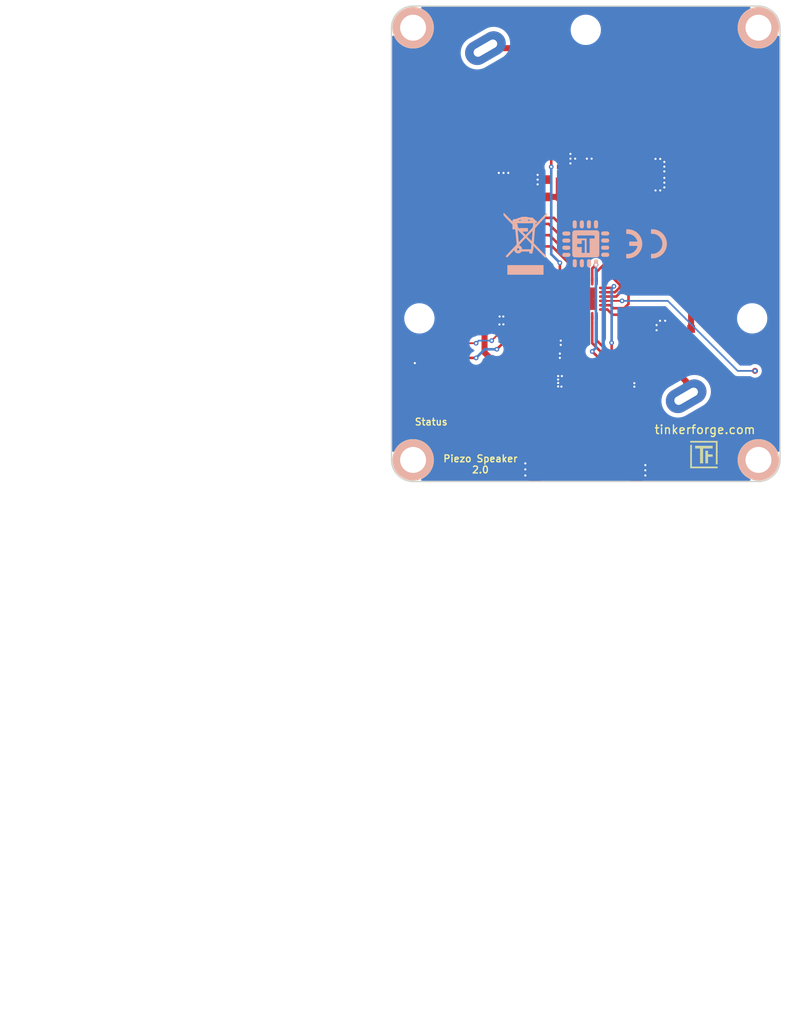
<source format=kicad_pcb>
(kicad_pcb (version 20221018) (generator pcbnew)
  (layers (0 "F.Cu" signal) (31 "B.Cu" signal) (34 "B.Paste" user) (35 "F.Paste" user) (36 "B.SilkS" user "B.Silkscreen") (37 "F.SilkS" user "F.Silkscreen") (38 "B.Mask" user) (39 "F.Mask" user) (44 "Edge.Cuts" user))
  (net 0 "")
  (net 1 "GND")
  (net 2 "Net-(C1-Pad1)")
  (net 3 "3V3")
  (net 4 "+VSW")
  (net 5 "Net-(C7-Pad1)")
  (net 6 "Net-(C10-Pad1)")
  (net 7 "Net-(C8-Pad2)")
  (net 8 "Net-(D1-Pad2)")
  (net 9 "Net-(D3-Pad1)")
  (net 10 "Net-(P1-Pad4)")
  (net 11 "Net-(P1-Pad5)")
  (net 12 "Net-(P1-Pad6)")
  (net 13 "Net-(P2-Pad2)")
  (net 14 "Net-(P3-Pad1)")
  (net 15 "Net-(R1-Pad1)")
  (net 16 "SU-SHDN")
  (net 17 "S-MISO")
  (net 18 "S-MOSI")
  (net 19 "S-CLK")
  (net 20 "S-CS")
  (net 21 "LR-1")
  (net 22 "LR-2")
  (net 23 "LR-3")
  (net 24 "LR-4")
  (net 25 "SU-4")
  (net 26 "SU-3")
  (net 27 "SU-2")
  (net 28 "SU-1")
  (net 29 "Net-(P4-Pad2)")
  (net 30 "Speaker")
  (net 31 "Net-(C5-Pad1)")
  (net 32 "Net-(R102-Pad1)")
  (footprint "D0603F" (layer "F.Cu") (at 137.1 121.8)
    (fp_text reference "D1")
    (fp_text value "blue")
  )
  (footprint "kicad-libraries:CON-SENSOR2" (layer "F.Cu") (at 155 130)
    (fp_text reference "P1")
    (fp_text value "CON-SENSOR2")
  )
  (footprint "C0805" (layer "F.Cu") (at 150.325 96.075 90)
    (fp_text reference "C7")
    (fp_text value "4.7uF")
  )
  (footprint "SOT23-5" (layer "F.Cu") (at 153.25 92.65 90)
    (fp_text reference "U3")
    (fp_text value "LMR62014X")
  )
  (footprint "NR3030" (layer "F.Cu") (at 153.22518 96.175)
    (fp_text reference "L2")
    (fp_text value "10uH")
  )
  (footprint "R0603F" (layer "F.Cu") (at 157.525 92.775 -90)
    (fp_text reference "R4")
    (fp_text value "120k")
  )
  (footprint "4X0402" (layer "F.Cu") (at 157.25 117.275)
    (fp_text reference "RP1")
    (fp_text value "82")
  )
  (footprint "C0603F" (layer "F.Cu") (at 153.8 113.9 180)
    (fp_text reference "C4")
    (fp_text value "100nF")
  )
  (footprint "C0402F" (layer "F.Cu") (at 159.3 118.8)
    (fp_text reference "C1")
    (fp_text value "220pF")
  )
  (footprint "kicad-libraries:SOT-223" (layer "F.Cu") (at 146.35 106.825 -90)
    (fp_text reference "U2")
    (fp_text value "LD1117-ADJ")
  )
  (footprint "C0805" (layer "F.Cu") (at 162.32576 95.425)
    (fp_text reference "C10")
    (fp_text value "4.7uF")
  )
  (footprint "C0805" (layer "F.Cu") (at 153.5 118.4 180)
    (fp_text reference "C2")
    (fp_text value "10uF")
  )
  (footprint "C0603F" (layer "F.Cu") (at 153.75 115.45 180)
    (fp_text reference "C3")
    (fp_text value "1uF")
  )
  (footprint "QFN24-4x4mm-0.5mm" (layer "F.Cu") (at 155 108.85)
    (fp_text reference "U1")
    (fp_text value "XMC1100")
  )
  (footprint "kicad-libraries:PT-4532PLQ" (layer "F.Cu") (at 155 100 120)
    (fp_text reference "P4")
    (fp_text value "PT-4532PLQ")
  )
  (footprint "C0805" (layer "F.Cu") (at 162.325 93.575)
    (fp_text reference "C9")
    (fp_text value "4.7uF")
  )
  (footprint "SOD-123" (layer "F.Cu") (at 157.825 96.825)
    (fp_text reference "D3")
    (fp_text value "B0520LW-7-F")
  )
  (footprint "C0603F" (layer "F.Cu") (at 159.225 92.775 -90)
    (fp_text reference "C8")
    (fp_text value "270pF")
  )
  (footprint "DEBUG_PAD" (layer "F.Cu") (at 174.6 117.2)
    (fp_text reference "P3")
    (fp_text value "DEBUG")
  )
  (footprint "R0603F" (layer "F.Cu") (at 142 102.8)
    (fp_text reference "R3")
    (fp_text value "330")
  )
  (footprint "R0603F" (layer "F.Cu") (at 149.75 92.65 -90)
    (fp_text reference "R2")
    (fp_text value "1k")
  )
  (footprint "R0603F" (layer "F.Cu") (at 137.1 120.4)
    (fp_text reference "R1")
    (fp_text value "1k")
  )
  (footprint "SolderJumper" (layer "F.Cu") (at 134.35 116.3 180)
    (fp_text reference "P2")
    (fp_text value "BOOT")
  )
  (footprint "C0603F" (layer "F.Cu") (at 147.875 97.075 180)
    (fp_text reference "L1")
    (fp_text value "FB")
  )
  (footprint "C0805" (layer "F.Cu") (at 145.475 96.07424 90)
    (fp_text reference "C5")
    (fp_text value "4.7uF")
  )
  (footprint "C0603F" (layer "F.Cu") (at 144.025 111.4)
    (fp_text reference "C6")
    (fp_text value "1uF")
  )
  (footprint "kicad-libraries:Logo_31x31" (layer "F.Cu") (at 167.1 125.3)
    (fp_text reference "G***" hide)
    (fp_text value "Logo_31x31" hide)
  )
  (footprint "SOT23GDS" (layer "F.Cu") (at 164.9 113.2)
    (fp_text reference "Q101")
    (fp_text value "2N7002P")
  )
  (footprint "R0603F" (layer "F.Cu") (at 167.2 113.1 -90)
    (fp_text reference "R101")
    (fp_text value "1k")
  )
  (footprint "R0603F" (layer "F.Cu") (at 148.3 98.9)
    (fp_text reference "R102")
    (fp_text value "1k")
  )
  (footprint "R0603F" (layer "F.Cu") (at 148.3 100.2)
    (fp_text reference "R103")
    (fp_text value "470")
  )
  (footprint "R0603F" (layer "F.Cu") (at 148.3 101.5)
    (fp_text reference "R104")
    (fp_text value "220")
  )
  (footprint "R0603F" (layer "F.Cu") (at 148.3 102.8)
    (fp_text reference "R105")
    (fp_text value "100")
  )
  (footprint "4X0603" (layer "F.Cu") (at 158.3 101.9)
    (fp_text reference "RP3")
    (fp_text value "33k")
  )
  (footprint "kicad-libraries:Fiducial_Mark" (layer "F.Cu") (at 140.5 123)
    (fp_text reference "Fiducial_Mark" hide)
    (fp_text value "VAL**" hide)
  )
  (footprint "kicad-libraries:Fiducial_Mark" (layer "F.Cu") (at 168.5 84)
    (fp_text reference "Fiducial_Mark" hide)
    (fp_text value "VAL**" hide)
  )
  (footprint "kicad-libraries:Fiducial_Mark" (layer "F.Cu") (at 141.5 84)
    (fp_text reference "Fiducial_Mark" hide)
    (fp_text value "VAL**" hide)
  )
  (footprint "kicad-libraries:DRILL_NP" (layer "F.Cu") (at 135 127.5)
    (fp_text reference "U4" hide)
    (fp_text value "DRILL" hide)
  )
  (footprint "kicad-libraries:DRILL_NP" (layer "F.Cu") (at 175 127.5)
    (fp_text reference "U5" hide)
    (fp_text value "DRILL" hide)
  )
  (footprint "kicad-libraries:DRILL_NP" (layer "F.Cu") (at 175 77.5)
    (fp_text reference "U6" hide)
    (fp_text value "DRILL" hide)
  )
  (footprint "kicad-libraries:DRILL_NP" (layer "F.Cu") (at 135 77.5)
    (fp_text reference "U7" hide)
    (fp_text value "DRILL" hide)
  )
  (footprint "kicad-libraries:Logo_CoMCU" (layer "B.Cu") (at 155 102.5 180)
    (fp_text reference "G***" hide)
    (fp_text value "LOGO" hide)
  )
  (footprint "kicad-libraries:WEEE_7mm" (layer "B.Cu") (at 148 102.5 180)
    (fp_text reference "VAL" hide)
    (fp_text value "WEEE_7mm" hide)
  )
  (footprint "kicad-libraries:CE_5mm" (layer "B.Cu") (at 162 102.5 180)
    (fp_text reference "VAL" hide)
    (fp_text value "CE_5mm" hide)
  )
  (gr_line (start 175 75) (end 135 75) (stroke (width 0.15)) (layer "Edge.Cuts"))
  (gr_line (start 135 130) (end 175 130) (stroke (width 0.15)) (layer "Edge.Cuts"))
  (gr_line (start 132.5 77.5) (end 132.5 127.5) (stroke (width 0.15)) (layer "Edge.Cuts"))
  (gr_arc (start 132.5 77.5) (mid 133.232233 75.732233) (end 135 75) (stroke (width 0.15)) (layer "Edge.Cuts"))
  (gr_arc (start 177.5 127.5) (mid 176.767767 129.267767) (end 175 130) (stroke (width 0.15)) (layer "Edge.Cuts"))
  (gr_line (start 177.5 127.5) (end 177.5 77.5) (stroke (width 0.15)) (layer "Edge.Cuts"))
  (gr_arc (start 135 130) (mid 133.232233 129.267767) (end 132.5 127.5) (stroke (width 0.15)) (layer "Edge.Cuts"))
  (gr_arc (start 175 75) (mid 176.767767 75.732233) (end 177.5 77.5) (stroke (width 0.15)) (layer "Edge.Cuts"))
  (gr_text "tinkerforge.com" (at 168.8 124) (layer "F.SilkS") (effects (font (size 1 1))))
  (gr_text "Piezo Speaker\n2.0" (at 142.8 128) (layer "F.SilkS") (effects (font (size 0.8 0.8))))
  (gr_text "Status" (at 137.1 123.1) (layer "F.SilkS") (effects (font (size 0.8 0.8))))
  (segment (start 153.05 113.9) (end 153.05 115.4) (width 0.5) (layer "F.Cu") (net 1))
  (segment (start 153.05 115.4) (end 153 115.45) (width 0.5) (layer "F.Cu") (net 1))
  (segment (start 155.65 108.2) (end 155.65 109.5) (width 0.3) (layer "F.Cu") (net 1))
  (segment (start 154.35 108.2) (end 155.65 108.2) (width 0.3) (layer "F.Cu") (net 1))
  (segment (start 154.35 109.5) (end 154.35 108.2) (width 0.3) (layer "F.Cu") (net 1))
  (segment (start 154.75 110.875) (end 154.75 109.9) (width 0.3) (layer "F.Cu") (net 1))
  (segment (start 154.75 110.875) (end 154.75 112.301004) (width 0.3) (layer "F.Cu") (net 1))
  (segment (start 153.151004 113.9) (end 153.05 113.9) (width 0.3) (layer "F.Cu") (net 1))
  (segment (start 154.75 112.301004) (end 153.151004 113.9) (width 0.3) (layer "F.Cu") (net 1))
  (segment (start 154.75 109.9) (end 154.35 109.5) (width 0.3) (layer "F.Cu") (net 1))
  (segment (start 152.25 115.45) (end 152 115.7) (width 0.5) (layer "F.Cu") (net 1))
  (segment (start 152.25 115.45) (end 152 115.2) (width 0.5) (layer "F.Cu") (net 1))
  (segment (start 153 115.45) (end 152.25 115.45) (width 0.5) (layer "F.Cu") (net 1))
  (segment (start 160.4 118.8) (end 160.625 119.025) (width 0.3) (layer "F.Cu") (net 1))
  (segment (start 159.8 118.8) (end 160.4 118.8) (width 0.3) (layer "F.Cu") (net 1))
  (segment (start 160.45 118.8) (end 160.625 118.625) (width 0.3) (layer "F.Cu") (net 1))
  (segment (start 159.8 118.8) (end 160.45 118.8) (width 0.3) (layer "F.Cu") (net 1))
  (segment (start 163.32576 92.97424) (end 163.625 92.675) (width 0.5) (layer "F.Cu") (net 1))
  (segment (start 163.32652 96.02652) (end 163.625 96.325) (width 0.5) (layer "F.Cu") (net 1))
  (segment (start 163.55 95.425) (end 164.1 95.975) (width 0.5) (layer "F.Cu") (net 1))
  (segment (start 163.55 95.425) (end 164.1 94.875) (width 0.5) (layer "F.Cu") (net 1))
  (segment (start 163.55 93.575) (end 164.1 93.025) (width 0.5) (layer "F.Cu") (net 1))
  (segment (start 149.42576 95.07424) (end 149.425 95.075) (width 0.5) (layer "F.Cu") (net 1))
  (segment (start 149.77576 94.525) (end 149.77576 93.42576) (width 0.15) (layer "F.Cu") (net 1))
  (segment (start 149.77576 93.42576) (end 149.75 93.4) (width 0.15) (layer "F.Cu") (net 1))
  (segment (start 163.516 112.184) (end 163.2 112.5) (width 0.5) (layer "F.Cu") (net 1))
  (segment (start 163.484 112.184) (end 163.2 111.9) (width 0.5) (layer "F.Cu") (net 1))
  (segment (start 164.011 111.811) (end 163.6 111.4) (width 0.5) (layer "F.Cu") (net 1))
  (segment (start 164.011 111.589) (end 164.2 111.4) (width 0.5) (layer "F.Cu") (net 1))
  (segment (start 163.75 96.325) (end 164.1 95.975) (width 0.5) (layer "F.Cu") (net 1))
  (segment (start 149.1 128.8) (end 149.1 128.7) (width 0.5) (layer "F.Cu") (net 1))
  (segment (start 148.000004 128.699996) (end 148.000004 128.911092) (width 0.5) (layer "F.Cu") (net 1))
  (segment (start 153 116.7) (end 153 115.45) (width 0.5) (layer "F.Cu") (net 1))
  (segment (start 163.32576 93.575) (end 163.32576 92.97424) (width 0.5) (layer "F.Cu") (net 1))
  (segment (start 161.900004 129.299996) (end 161.9 129.3) (width 0.5) (layer "F.Cu") (net 1))
  (segment (start 163.625 96.325) (end 163.75 96.325) (width 0.5) (layer "F.Cu") (net 1))
  (segment (start 163.32652 95.425) (end 164.1 95.425) (width 0.5) (layer "F.Cu") (net 1))
  (segment (start 134.740002 116.85) (end 134.575 116.85) (width 0.3) (layer "F.Cu") (net 1))
  (segment (start 149.425 94.525) (end 149.77576 94.525) (width 0.5) (layer "F.Cu") (net 1))
  (segment (start 152.074999 118.725001) (end 151.8 119) (width 0.5) (layer "F.Cu") (net 1))
  (segment (start 152 115.2) (end 152.75 115.2) (width 0.5) (layer "F.Cu") (net 1))
  (segment (start 145.45 111.81) (end 145.46 111.82) (width 0.5) (layer "F.Cu") (net 1))
  (segment (start 152.49924 117.20076) (end 153 116.7) (width 0.5) (layer "F.Cu") (net 1))
  (segment (start 153.225 92.65) (end 153.225 93.2) (width 0.5) (layer "F.Cu") (net 1))
  (segment (start 163.075 96.325) (end 163.075 95.67652) (width 0.5) (layer "F.Cu") (net 1))
  (segment (start 161 128.7) (end 160.9 128.8) (width 0.5) (layer "F.Cu") (net 1))
  (segment (start 164.1 94.875) (end 163.87652 94.875) (width 0.5) (layer "F.Cu") (net 1))
  (segment (start 152.75 115.7) (end 153 115.45) (width 0.5) (layer "F.Cu") (net 1))
  (segment (start 161.900004 128.1) (end 161.6 128.1) (width 0.5) (layer "F.Cu") (net 1))
  (segment (start 164.1 95.975) (end 164.1 94.875) (width 0.5) (layer "F.Cu") (net 1))
  (segment (start 152.39924 117.8) (end 152.49924 117.7) (width 0.5) (layer "F.Cu") (net 1))
  (segment (start 134.85 116.740002) (end 134.740002 116.85) (width 0.3) (layer "F.Cu") (net 1))
  (segment (start 148 128.6) (end 148.3 128.6) (width 0.5) (layer "F.Cu") (net 1))
  (segment (start 145.02 111.32) (end 145.105001 111.405001) (width 0.5) (layer "F.Cu") (net 1))
  (segment (start 152.188908 118.2) (end 151.8 118.2) (width 0.5) (layer "F.Cu") (net 1))
  (segment (start 153.225 92.65) (end 153.225 92.1) (width 0.5) (layer "F.Cu") (net 1))
  (segment (start 149.1 128.7) (end 149 128.6) (width 0.5) (layer "F.Cu") (net 1))
  (segment (start 163.32652 95.425) (end 163.55 95.425) (width 0.5) (layer "F.Cu") (net 1))
  (segment (start 163.075 96.325) (end 163.625 96.325) (width 0.5) (layer "F.Cu") (net 1))
  (segment (start 148.3 128.6) (end 148.9 128.6) (width 0.5) (layer "F.Cu") (net 1))
  (segment (start 134.85 116.3) (end 134.85 116.740002) (width 0.3) (layer "F.Cu") (net 1))
  (segment (start 163.87652 94.875) (end 163.32652 95.425) (width 0.5) (layer "F.Cu") (net 1))
  (segment (start 148 128.3) (end 148.3 128.6) (width 0.5) (layer "F.Cu") (net 1))
  (segment (start 161.900004 128.699996) (end 161.9 128.7) (width 0.5) (layer "F.Cu") (net 1))
  (segment (start 161.900004 128.1) (end 161.900004 129.299996) (width 0.5) (layer "F.Cu") (net 1))
  (segment (start 148.899996 129.000004) (end 149.1 128.8) (width 0.5) (layer "F.Cu") (net 1))
  (segment (start 161.9 129.3) (end 161.4 129.3) (width 0.5) (layer "F.Cu") (net 1))
  (segment (start 134.575 115.75) (end 134.85 116.025) (width 0.2) (layer "F.Cu") (net 1))
  (segment (start 161.9 128.7) (end 161 128.7) (width 0.5) (layer "F.Cu") (net 1))
  (segment (start 152.5 119) (end 152.5 118.40076) (width 0.5) (layer "F.Cu") (net 1))
  (segment (start 153.775 92.65) (end 153.225 92.65) (width 0.5) (layer "F.Cu") (net 1))
  (segment (start 163.32576 93.575) (end 163.55 93.575) (width 0.5) (layer "F.Cu") (net 1))
  (segment (start 144.925 94.3) (end 144.925 94.52348) (width 0.5) (layer "F.Cu") (net 1))
  (segment (start 164.011 112.184) (end 163.484 112.184) (width 0.5) (layer "F.Cu") (net 1))
  (segment (start 148.200022 127.900022) (end 149.1 128.8) (width 0.5) (layer "F.Cu") (net 1))
  (segment (start 151.8 117.8) (end 152.39924 117.8) (width 0.5) (layer "F.Cu") (net 1))
  (segment (start 163.75 92.675) (end 164.1 93.025) (width 0.5) (layer "F.Cu") (net 1))
  (segment (start 161.9 128.7) (end 161.6 129) (width 0.5) (layer "F.Cu") (net 1))
  (segment (start 145.475 94.3) (end 146.025 94.3) (width 0.5) (layer "F.Cu") (net 1))
  (segment (start 144.925 94.52348) (end 145.475 95.07348) (width 0.5) (layer "F.Cu") (net 1))
  (segment (start 150.325 95.07424) (end 149.42576 95.07424) (width 0.5) (layer "F.Cu") (net 1))
  (segment (start 145.02 110.91) (end 145.45 110.91) (width 0.5) (layer "F.Cu") (net 1))
  (segment (start 152.49924 118.4) (end 152.49924 117.7) (width 0.5) (layer "F.Cu") (net 1))
  (segment (start 145.475 95.07348) (end 145.475 94.3) (width 0.5) (layer "F.Cu") (net 1))
  (segment (start 145 111.441092) (end 145 111.83) (width 0.5) (layer "F.Cu") (net 1))
  (segment (start 145.036091 111.405001) (end 145 111.441092) (width 0.5) (layer "F.Cu") (net 1))
  (segment (start 149.425 95.625) (end 149.77424 95.625) (width 0.5) (layer "F.Cu") (net 1))
  (segment (start 134.85 116.3) (end 135.2 116.3) (width 0.3) (layer "F.Cu") (net 1))
  (segment (start 152.4 118.4) (end 152.074999 118.074999) (width 0.5) (layer "F.Cu") (net 1))
  (segment (start 152.29924 118.2) (end 152.188908 118.2) (width 0.5) (layer "F.Cu") (net 1))
  (segment (start 152.074999 118.074999) (end 151.8 117.8) (width 0.5) (layer "F.Cu") (net 1))
  (segment (start 152.49924 118.4) (end 152.29924 118.6) (width 0.5) (layer "F.Cu") (net 1))
  (segment (start 152.85 113.7) (end 153.05 113.9) (width 0.5) (layer "F.Cu") (net 1))
  (segment (start 152.49924 118.4) (end 152.29924 118.2) (width 0.5) (layer "F.Cu") (net 1))
  (segment (start 152.49924 117.7) (end 152.49924 117.20076) (width 0.5) (layer "F.Cu") (net 1))
  (segment (start 148 128.6) (end 148 128.699992) (width 0.5) (layer "F.Cu") (net 1))
  (segment (start 152.29924 118.6) (end 152.188908 118.6) (width 0.5) (layer "F.Cu") (net 1))
  (segment (start 151.8 119) (end 152.5 119) (width 0.5) (layer "F.Cu") (net 1))
  (segment (start 152 115.2) (end 152 115.7) (width 0.5) (layer "F.Cu") (net 1))
  (segment (start 148.000004 128.911092) (end 148.000004 129.3) (width 0.5) (layer "F.Cu") (net 1))
  (segment (start 152.1 113.7) (end 152.1 114.2) (width 0.5) (layer "F.Cu") (net 1))
  (segment (start 144.9 111.4) (end 144.775 111.4) (width 0.3) (layer "F.Cu") (net 1))
  (segment (start 145.1 111.4) (end 145.105001 111.405001) (width 0.5) (layer "F.Cu") (net 1))
  (segment (start 148 127.900022) (end 148.200022 127.900022) (width 0.5) (layer "F.Cu") (net 1))
  (segment (start 145.475 94.3) (end 144.925 94.3) (width 0.5) (layer "F.Cu") (net 1))
  (segment (start 144.968908 111.35) (end 145.02 111.298908) (width 0.5) (layer "F.Cu") (net 1))
  (segment (start 163.075 93.32424) (end 163.32576 93.575) (width 0.5) (layer "F.Cu") (net 1))
  (segment (start 151.8 117.8) (end 151.8 119) (width 0.5) (layer "F.Cu") (net 1))
  (segment (start 146.025 94.3) (end 146.025 94.52348) (width 0.5) (layer "F.Cu") (net 1))
  (segment (start 154.44888 92.65) (end 153.775 92.65) (width 0.5) (layer "F.Cu") (net 1))
  (segment (start 149.77424 95.625) (end 150.325 95.07424) (width 0.5) (layer "F.Cu") (net 1))
  (segment (start 163.32652 95.425) (end 163.55 95.425) (width 0.5) (layer "F.Cu") (net 1))
  (segment (start 144.775 111.4) (end 145.1 111.4) (width 0.5) (layer "F.Cu") (net 1))
  (segment (start 164.1 94.125) (end 163.87576 94.125) (width 0.5) (layer "F.Cu") (net 1))
  (segment (start 150.325 95.07424) (end 149.77576 94.525) (width 0.15) (layer "F.Cu") (net 1))
  (segment (start 152.1 113.7) (end 152.85 113.7) (width 0.5) (layer "F.Cu") (net 1))
  (segment (start 161.6 128.1) (end 160.9 128.8) (width 0.5) (layer "F.Cu") (net 1))
  (segment (start 134.85 116.025) (end 134.800001 115.975001) (width 0.3) (layer "F.Cu") (net 1))
  (segment (start 161.4 129.3) (end 160.9 128.8) (width 0.5) (layer "F.Cu") (net 1))
  (segment (start 149.425 95.075) (end 149.425 95.625) (width 0.5) (layer "F.Cu") (net 1))
  (segment (start 146.025 94.52348) (end 145.475 95.07348) (width 0.5) (layer "F.Cu") (net 1))
  (segment (start 148.9 128.6) (end 149.1 128.8) (width 0.5) (layer "F.Cu") (net 1))
  (segment (start 148.000004 129.3) (end 148.3 129.000004) (width 0.5) (layer "F.Cu") (net 1))
  (segment (start 163.075 92.675) (end 163.075 93.32424) (width 0.5) (layer "F.Cu") (net 1))
  (segment (start 152.5 125.4) (end 152.5 119) (width 0.5) (layer "F.Cu") (net 1))
  (segment (start 164.011 112.184) (end 164.011 111.811) (width 0.5) (layer "F.Cu") (net 1))
  (segment (start 164.011 112.184) (end 164.011 111.589) (width 0.5) (layer "F.Cu") (net 1))
  (segment (start 145.45 110.91) (end 145.45 111.81) (width 0.5) (layer "F.Cu") (net 1))
  (segment (start 161.6 129) (end 161.6 128.1) (width 0.5) (layer "F.Cu") (net 1))
  (segment (start 145.105001 111.405001) (end 145.036091 111.405001) (width 0.5) (layer "F.Cu") (net 1))
  (segment (start 164.1 93.15) (end 163.625 92.675) (width 0.5) (layer "F.Cu") (net 1))
  (segment (start 163.075 95.67652) (end 163.32652 95.425) (width 0.5) (layer "F.Cu") (net 1))
  (segment (start 155.125 92.65) (end 155.675 92.65) (width 0.5) (layer "F.Cu") (net 1))
  (segment (start 148 128.6) (end 148 127.900022) (width 0.5) (layer "F.Cu") (net 1))
  (segment (start 152.4 118.4) (end 152.074999 118.725001) (width 0.5) (layer "F.Cu") (net 1))
  (segment (start 152 115.7) (end 152.75 115.7) (width 0.5) (layer "F.Cu") (net 1))
  (segment (start 149.425 95.075) (end 149.425 94.525) (width 0.5) (layer "F.Cu") (net 1))
  (segment (start 148 127.900022) (end 148 128.3) (width 0.5) (layer "F.Cu") (net 1))
  (segment (start 144.95 111.35) (end 144.968908 111.35) (width 0.5) (layer "F.Cu") (net 1))
  (segment (start 163.87576 94.125) (end 163.32576 93.575) (width 0.5) (layer "F.Cu") (net 1))
  (segment (start 134.85 116.025) (end 134.85 116.3) (width 0.2) (layer "F.Cu") (net 1))
  (segment (start 152.49924 118.4) (end 152.4 118.4) (width 0.5) (layer "F.Cu") (net 1))
  (segment (start 163.32652 95.425) (end 163.32652 96.02652) (width 0.5) (layer "F.Cu") (net 1))
  (segment (start 152.188908 118.6) (end 151.8 118.6) (width 0.5) (layer "F.Cu") (net 1))
  (segment (start 145.46 111.82) (end 145.01 111.82) (width 0.5) (layer "F.Cu") (net 1))
  (segment (start 152.75 114.2) (end 153.05 113.9) (width 0.5) (layer "F.Cu") (net 1))
  (segment (start 161.9 128.911092) (end 161.9 129.3) (width 0.5) (layer "F.Cu") (net 1))
  (segment (start 163.32576 93.575) (end 164.1 93.575) (width 0.5) (layer "F.Cu") (net 1))
  (segment (start 161.900004 128.1) (end 161.900004 128.699996) (width 0.5) (layer "F.Cu") (net 1))
  (segment (start 145.01 111.82) (end 145 111.83) (width 0.5) (layer "F.Cu") (net 1))
  (segment (start 148 128.699992) (end 148.000004 128.699996) (width 0.5) (layer "F.Cu") (net 1))
  (segment (start 145.02 111.298908) (end 145.02 110.91) (width 0.5) (layer "F.Cu") (net 1))
  (segment (start 164.011 112.184) (end 163.516 112.184) (width 0.5) (layer "F.Cu") (net 1))
  (segment (start 152.5 118.40076) (end 152.49924 118.4) (width 0.5) (layer "F.Cu") (net 1))
  (segment (start 164.1 94.125) (end 164.1 93.15) (width 0.5) (layer "F.Cu") (net 1))
  (segment (start 163.075 92.675) (end 163.75 92.675) (width 0.5) (layer "F.Cu") (net 1))
  (segment (start 152.1 114.2) (end 152.75 114.2) (width 0.5) (layer "F.Cu") (net 1))
  (segment (start 154.44888 92.65) (end 155.125 92.65) (width 0.5) (layer "F.Cu") (net 1))
  (segment (start 144.95 111.35) (end 144.9 111.4) (width 0.3) (layer "F.Cu") (net 1))
  (segment (start 148.3 129.000004) (end 148.899996 129.000004) (width 0.5) (layer "F.Cu") (net 1))
  (segment (start 152.75 115.2) (end 153 115.45) (width 0.5) (layer "F.Cu") (net 1))
  (segment (start 145.02 110.91) (end 145.02 111.32) (width 0.5) (layer "F.Cu") (net 1))
  (via (at 152.1 114.2) (size 0.55) (drill 0.25) (layers "F.Cu" "B.Cu") (net 1))
  (via (at 152.1 113.7) (size 0.55) (drill 0.25) (layers "F.Cu" "B.Cu") (net 1))
  (via (at 152 115.7) (size 0.55) (drill 0.25) (layers "F.Cu" "B.Cu") (net 1))
  (via (at 152 115.2) (size 0.55) (drill 0.25) (layers "F.Cu" "B.Cu") (net 1))
  (via (at 160.625 119.025) (size 0.55) (drill 0.25) (layers "F.Cu" "B.Cu") (net 1))
  (via (at 160.625 118.625) (size 0.55) (drill 0.25) (layers "F.Cu" "B.Cu") (net 1))
  (via (at 163.6 111.4) (size 0.55) (drill 0.25) (layers "F.Cu" "B.Cu") (net 1))
  (via (at 145.02 110.91) (size 0.55) (drill 0.25) (layers "F.Cu" "B.Cu") (net 1))
  (via (at 145.46 111.82) (size 0.55) (drill 0.25) (layers "F.Cu" "B.Cu") (net 1))
  (via (at 164.1 93.025) (size 0.55) (drill 0.25) (layers "F.Cu" "B.Cu") (net 1))
  (via (at 153.775 92.65) (size 0.55) (drill 0.25) (layers "F.Cu" "B.Cu") (net 1))
  (via (at 151.8 117.8) (size 0.55) (drill 0.25) (layers "F.Cu" "B.Cu") (net 1))
  (via (at 155.675 92.65) (size 0.55) (drill 0.25) (layers "F.Cu" "B.Cu") (net 1))
  (via (at 153.225 93.2) (size 0.55) (drill 0.25) (layers "F.Cu" "B.Cu") (net 1))
  (via (at 163.075 96.325) (size 0.55) (drill 0.25) (layers "F.Cu" "B.Cu") (net 1))
  (via (at 145.45 110.91) (size 0.55) (drill 0.25) (layers "F.Cu" "B.Cu") (net 1))
  (via (at 161.9 128.7) (size 0.55) (drill 0.25) (layers "F.Cu" "B.Cu") (net 1))
  (via (at 151.8 118.6) (size 0.55) (drill 0.25) (layers "F.Cu" "B.Cu") (net 1))
  (via (at 163.2 112.5) (size 0.55) (drill 0.25) (layers "F.Cu" "B.Cu") (net 1))
  (via (at 161.900004 128.1) (size 0.55) (drill 0.25) (layers "F.Cu" "B.Cu") (net 1))
  (via (at 163.075 92.675) (size 0.55) (drill 0.25) (layers "F.Cu" "B.Cu") (net 1))
  (via (at 152.23 117.8) (size 0.55) (drill 0.25) (layers "F.Cu" "B.Cu") (net 1))
  (via (at 149.425 95.075) (size 0.55) (drill 0.25) (layers "F.Cu" "B.Cu") (net 1))
  (via (at 155.125 92.65) (size 0.55) (drill 0.25) (layers "F.Cu" "B.Cu") (net 1))
  (via (at 146.025 94.3) (size 0.55) (drill 0.25) (layers "F.Cu" "B.Cu") (net 1))
  (via (at 163.625 96.325) (size 0.55) (drill 0.25) (layers "F.Cu" "B.Cu") (net 1))
  (via (at 163.2 111.9) (size 0.55) (drill 0.25) (layers "F.Cu" "B.Cu") (net 1))
  (via (at 164.1 94.875) (size 0.55) (drill 0.25) (layers "F.Cu" "B.Cu") (net 1))
  (via (at 135.2 116.3) (size 0.55) (drill 0.25) (layers "F.Cu" "B.Cu") (net 1))
  (via (at 164.2 111.4) (size 0.55) (drill 0.25) (layers "F.Cu" "B.Cu") (net 1))
  (via (at 153.225 92.65) (size 0.55) (drill 0.25) (layers "F.Cu" "B.Cu") (net 1))
  (via (at 153.225 92.1) (size 0.55) (drill 0.25) (layers "F.Cu" "B.Cu") (net 1))
  (via (at 148.000004 129.3) (size 0.55) (drill 0.25) (layers "F.Cu" "B.Cu") (net 1))
  (via (at 161.9 129.3) (size 0.55) (drill 0.25) (layers "F.Cu" "B.Cu") (net 1))
  (via (at 149.425 94.525) (size 0.55) (drill 0.25) (layers "F.Cu" "B.Cu") (net 1))
  (via (at 163.625 92.675) (size 0.55) (drill 0.25) (layers "F.Cu" "B.Cu") (net 1))
  (via (at 144.925 94.3) (size 0.55) (drill 0.25) (layers "F.Cu" "B.Cu") (net 1))
  (via (at 145.475 94.3) (size 0.55) (drill 0.25) (layers "F.Cu" "B.Cu") (net 1))
  (via (at 164.1 95.425) (size 0.55) (drill 0.25) (layers "F.Cu" "B.Cu") (net 1))
  (via (at 151.8 119) (size 0.55) (drill 0.25) (layers "F.Cu" "B.Cu") (net 1))
  (via (at 148 128.6) (size 0.55) (drill 0.25) (layers "F.Cu" "B.Cu") (net 1))
  (via (at 145 111.83) (size 0.55) (drill 0.25) (layers "F.Cu" "B.Cu") (net 1))
  (via (at 164.1 93.575) (size 0.55) (drill 0.25) (layers "F.Cu" "B.Cu") (net 1))
  (via (at 152.18 119.02) (size 0.55) (drill 0.25) (layers "F.Cu" "B.Cu") (net 1))
  (via (at 164.1 95.975) (size 0.55) (drill 0.25) (layers "F.Cu" "B.Cu") (net 1))
  (via (at 151.8 118.2) (size 0.55) (drill 0.25) (layers "F.Cu" "B.Cu") (net 1))
  (via (at 149.425 95.625) (size 0.55) (drill 0.25) (layers "F.Cu" "B.Cu") (net 1))
  (via (at 148 127.900022) (size 0.55) (drill 0.25) (layers "F.Cu" "B.Cu") (net 1))
  (via (at 164.1 94.125) (size 0.55) (drill 0.25) (layers "F.Cu" "B.Cu") (net 1))
  (segment (start 152.1 118.5) (end 152 118.6) (width 0.5) (layer "B.Cu") (net 1))
  (segment (start 152 118.6) (end 151.8 118.6) (width 0.5) (layer "B.Cu") (net 1))
  (segment (start 158.75 118.85) (end 158.8 118.8) (width 0.3) (layer "F.Cu") (net 2))
  (segment (start 157.9993 118.3993) (end 158.4 118.8) (width 0.3) (layer "F.Cu") (net 2))
  (segment (start 158.4 118.8) (end 158.8 118.8) (width 0.3) (layer "F.Cu") (net 2))
  (segment (start 157.9993 117.85) (end 157.9993 118.3993) (width 0.3) (layer "F.Cu") (net 2))
  (segment (start 158.75 125.4) (end 158.75 118.85) (width 0.3) (layer "F.Cu") (net 2))
  (segment (start 154.55 113.9) (end 154.55 115.4) (width 0.5) (layer "F.Cu") (net 3))
  (segment (start 154.55 115.4) (end 154.5 115.45) (width 0.5) (layer "F.Cu") (net 3))
  (segment (start 155.25 110.875) (end 155.25 113.2) (width 0.3) (layer "F.Cu") (net 3))
  (segment (start 155.25 113.2) (end 154.55 113.9) (width 0.3) (layer "F.Cu") (net 3))
  (segment (start 154.55 115.5) (end 154.5 115.45) (width 0.5) (layer "F.Cu") (net 3))
  (segment (start 136.35 122.45) (end 139.5 125.6) (width 0.3) (layer "F.Cu") (net 3))
  (segment (start 139.5 125.6) (end 148.9 125.6) (width 0.3) (layer "F.Cu") (net 3))
  (segment (start 148.9 125.6) (end 150.6 127.3) (width 0.3) (layer "F.Cu") (net 3))
  (segment (start 150.6 127.3) (end 153.1 127.3) (width 0.3) (layer "F.Cu") (net 3))
  (segment (start 153.1 127.3) (end 153.75 126.65) (width 0.3) (layer "F.Cu") (net 3))
  (segment (start 153.75 126.65) (end 153.75 125.4) (width 0.3) (layer "F.Cu") (net 3))
  (segment (start 153.75 125.4) (end 153.75 121.25) (width 0.5) (layer "F.Cu") (net 3))
  (segment (start 153.75 125.4) (end 153.75 124.8) (width 0.5) (layer "F.Cu") (net 3))
  (segment (start 136.35 121.8) (end 136.35 122.45) (width 0.3) (layer "F.Cu") (net 3))
  (segment (start 154.50076 118.4) (end 154.50076 115.45076) (width 0.5) (layer "F.Cu") (net 3))
  (segment (start 154.50076 120.49924) (end 154.50076 118.4) (width 0.5) (layer "F.Cu") (net 3))
  (segment (start 154.50076 115.45076) (end 154.5 115.45) (width 0.5) (layer "F.Cu") (net 3))
  (segment (start 153.75 121.25) (end 154.50076 120.49924) (width 0.5) (layer "F.Cu") (net 3))
  (segment (start 151.25 123.05) (end 143.275 115.075) (width 0.7) (layer "F.Cu") (net 4))
  (segment (start 143.275 115.075) (end 143.275 111.4) (width 0.7) (layer "F.Cu") (net 4))
  (segment (start 143.275 109.15004) (end 143.2512 109.12624) (width 0.7) (layer "F.Cu") (net 4))
  (segment (start 151.25 125.4) (end 151.25 124.8) (width 0.7) (layer "F.Cu") (net 4))
  (segment (start 151.25 125.4) (end 151.25 123.05) (width 0.7) (layer "F.Cu") (net 4))
  (segment (start 143.275 111.4) (end 143.275 109.15004) (width 0.7) (layer "F.Cu") (net 4))
  (segment (start 152.05 96.9) (end 152.05 93.60108) (width 0.5) (layer "F.Cu") (net 5))
  (segment (start 152.05 93.60108) (end 152.05112 93.59996) (width 0.5) (layer "F.Cu") (net 5))
  (segment (start 152 97.025) (end 152 96.20036) (width 0.7) (layer "F.Cu") (net 5))
  (segment (start 152 96.20036) (end 152.02536 96.175) (width 0.7) (layer "F.Cu") (net 5))
  (segment (start 151.94924 97.07576) (end 152 97.025) (width 0.7) (layer "F.Cu") (net 5))
  (segment (start 150.325 97.07576) (end 151.94924 97.07576) (width 0.7) (layer "F.Cu") (net 5))
  (segment (start 150.32424 97.075) (end 150.325 97.07576) (width 0.7) (layer "F.Cu") (net 5))
  (segment (start 148.625 97.075) (end 150.32424 97.075) (width 0.7) (layer "F.Cu") (net 5))
  (segment (start 161.32424 95.42424) (end 161.325 95.425) (width 0.7) (layer "F.Cu") (net 6))
  (segment (start 161.32424 93.575) (end 161.32424 95.42424) (width 0.7) (layer "F.Cu") (net 6))
  (segment (start 159.225 92.025) (end 157.525 92.025) (width 0.5) (layer "F.Cu") (net 6))
  (segment (start 157.37588 91.87588) (end 157.525 92.025) (width 0.5) (layer "F.Cu") (net 6))
  (segment (start 147.064909 79.864909) (end 153.8 86.6) (width 0.7) (layer "F.Cu") (net 6))
  (segment (start 161.32424 88.32424) (end 159.6 86.6) (width 0.7) (layer "F.Cu") (net 6))
  (segment (start 159.6 86.6) (end 153.8 86.6) (width 0.7) (layer "F.Cu") (net 6))
  (segment (start 161.175 93.575) (end 159.625 92.025) (width 0.7) (layer "F.Cu") (net 6))
  (segment (start 159.625 92.025) (end 159.225 92.025) (width 0.7) (layer "F.Cu") (net 6))
  (segment (start 167.2 94.2) (end 161.32424 88.32424) (width 0.7) (layer "F.Cu") (net 6))
  (segment (start 160.675 96.825) (end 161.325 96.175) (width 0.7) (layer "F.Cu") (net 6))
  (segment (start 161.325 96.175) (end 161.325 95.425) (width 0.7) (layer "F.Cu") (net 6))
  (segment (start 161.32424 93.575) (end 161.175 93.575) (width 0.7) (layer "F.Cu") (net 6))
  (segment (start 159.67412 96.825) (end 160.675 96.825) (width 0.7) (layer "F.Cu") (net 6))
  (segment (start 161.32424 93.575) (end 161.32424 88.32424) (width 0.7) (layer "F.Cu") (net 6))
  (segment (start 143.375 79.864909) (end 147.064909 79.864909) (width 0.7) (layer "F.Cu") (net 6))
  (segment (start 167.2 112.35) (end 167.2 94.2) (width 0.7) (layer "F.Cu") (net 6))
  (segment (start 157.525 93.525) (end 159.225 93.525) (width 0.5) (layer "F.Cu") (net 7))
  (segment (start 158.4 99) (end 157.65 99.75) (width 0.3) (layer "F.Cu") (net 7))
  (segment (start 157.10112 100.29888) (end 157.10112 101.0491) (width 0.3) (layer "F.Cu") (net 7))
  (segment (start 159.49888 100.09888) (end 159.15 99.75) (width 0.3) (layer "F.Cu") (net 7))
  (segment (start 158.69878 100.20122) (end 159.15 99.75) (width 0.3) (layer "F.Cu") (net 7))
  (segment (start 159.15 99.75) (end 158.4 99) (width 0.3) (layer "F.Cu") (net 7))
  (segment (start 157.90122 100.00122) (end 157.65 99.75) (width 0.3) (layer "F.Cu") (net 7))
  (segment (start 157.65 99.75) (end 157.10112 100.29888) (width 0.3) (layer "F.Cu") (net 7))
  (segment (start 155.90004 91.70004) (end 156.5 92.3) (width 0.3) (layer "F.Cu") (net 7))
  (segment (start 156.5 92.3) (end 156.5 93.2) (width 0.3) (layer "F.Cu") (net 7))
  (segment (start 156.5 93.2) (end 156.825 93.525) (width 0.3) (layer "F.Cu") (net 7))
  (segment (start 156.825 93.525) (end 157.525 93.525) (width 0.3) (layer "F.Cu") (net 7))
  (segment (start 158.4 95.5) (end 159.225 94.675) (width 0.3) (layer "F.Cu") (net 7))
  (segment (start 159.225 94.675) (end 159.225 93.525) (width 0.3) (layer "F.Cu") (net 7))
  (segment (start 157.90122 101.0491) (end 157.90122 100.00122) (width 0.3) (layer "F.Cu") (net 7))
  (segment (start 158.69878 101.0491) (end 158.69878 100.20122) (width 0.3) (layer "F.Cu") (net 7))
  (segment (start 158.4 99) (end 158.4 95.5) (width 0.3) (layer "F.Cu") (net 7))
  (segment (start 154.44888 91.70004) (end 155.90004 91.70004) (width 0.3) (layer "F.Cu") (net 7))
  (segment (start 159.49888 101.0491) (end 159.49888 100.09888) (width 0.3) (layer "F.Cu") (net 7))
  (segment (start 137.85 121.8) (end 137.85 120.4) (width 0.3) (layer "F.Cu") (net 8))
  (segment (start 154.425 96.65) (end 154.6 96.825) (width 0.7) (layer "F.Cu") (net 9))
  (segment (start 154.44964 93.60072) (end 154.44888 93.59996) (width 0.5) (layer "F.Cu") (net 9))
  (segment (start 154.44964 96.9) (end 154.44964 93.60072) (width 0.5) (layer "F.Cu") (net 9))
  (segment (start 154.425 96.175) (end 154.425 96.65) (width 0.7) (layer "F.Cu") (net 9))
  (segment (start 154.6 96.825) (end 155.97588 96.825) (width 0.7) (layer "F.Cu") (net 9))
  (segment (start 156.5007 122.4993) (end 155 124) (width 0.3) (layer "F.Cu") (net 10))
  (segment (start 155 124) (end 155 125.4) (width 0.3) (layer "F.Cu") (net 10))
  (segment (start 156.5007 117.85) (end 156.5007 122.4993) (width 0.3) (layer "F.Cu") (net 10))
  (segment (start 156.25 123.95) (end 157.00108 123.19892) (width 0.3) (layer "F.Cu") (net 11))
  (segment (start 157.00108 123.19892) (end 157.00108 117.85) (width 0.3) (layer "F.Cu") (net 11))
  (segment (start 156.25 125.4) (end 156.25 123.95) (width 0.3) (layer "F.Cu") (net 11))
  (segment (start 157.49892 125.39892) (end 157.5 125.4) (width 0.3) (layer "F.Cu") (net 12))
  (segment (start 157.49892 117.85) (end 157.49892 125.39892) (width 0.3) (layer "F.Cu") (net 12))
  (segment (start 133.8 114.8) (end 134.6 114) (width 0.2) (layer "F.Cu") (net 13))
  (segment (start 134.6 114) (end 142.3 114) (width 0.2) (layer "F.Cu") (net 13))
  (segment (start 144.1 113.7) (end 145.1 112.7) (width 0.2) (layer "F.Cu") (net 13))
  (segment (start 145.1 112.7) (end 145.8 112.7) (width 0.2) (layer "F.Cu") (net 13))
  (segment (start 145.8 112.7) (end 147 111.5) (width 0.2) (layer "F.Cu") (net 13))
  (segment (start 147 111.5) (end 150.7 111.5) (width 0.2) (layer "F.Cu") (net 13))
  (segment (start 150.7 111.5) (end 152.1 110.1) (width 0.2) (layer "F.Cu") (net 13))
  (segment (start 152.1 110.1) (end 152.975 110.1) (width 0.2) (layer "F.Cu") (net 13))
  (segment (start 134.2 116.3) (end 133.8 116.3) (width 0.2) (layer "F.Cu") (net 13))
  (segment (start 133.8 116.3) (end 133.8 114.8) (width 0.2) (layer "F.Cu") (net 13))
  (via (at 142.3 114) (size 0.55) (drill 0.25) (layers "F.Cu" "B.Cu") (net 13))
  (via (at 144.1 113.7) (size 0.55) (drill 0.25) (layers "F.Cu" "B.Cu") (net 13))
  (segment (start 142.3 114) (end 142.6 113.7) (width 0.2) (layer "B.Cu") (net 13))
  (segment (start 142.6 113.7) (end 144.1 113.7) (width 0.2) (layer "B.Cu") (net 13))
  (segment (start 157.025 109.1) (end 159.2 109.1) (width 0.2) (layer "F.Cu") (net 14))
  (via (at 159.2 109.1) (size 0.55) (drill 0.25) (layers "F.Cu" "B.Cu") (net 14))
  (via (at 174.6 117.2) (size 0.55) (drill 0.25) (layers "F.Cu" "B.Cu") (net 14))
  (segment (start 172.6 117.2) (end 174.6 117.2) (width 0.2) (layer "B.Cu") (net 14))
  (segment (start 164.5 109.1) (end 172.6 117.2) (width 0.2) (layer "B.Cu") (net 14))
  (segment (start 159.2 109.1) (end 164.5 109.1) (width 0.2) (layer "B.Cu") (net 14))
  (segment (start 136.35 117.95) (end 138.6 115.7) (width 0.3) (layer "F.Cu") (net 15))
  (segment (start 138.6 115.7) (end 142.3 115.7) (width 0.3) (layer "F.Cu") (net 15))
  (segment (start 144.7 114.7) (end 147 112.4) (width 0.3) (layer "F.Cu") (net 15))
  (segment (start 147 112.4) (end 152.8 112.4) (width 0.3) (layer "F.Cu") (net 15))
  (segment (start 152.8 112.4) (end 153.75 111.45) (width 0.3) (layer "F.Cu") (net 15))
  (segment (start 153.75 111.45) (end 153.75 110.875) (width 0.3) (layer "F.Cu") (net 15))
  (segment (start 136.35 120.4) (end 136.35 117.95) (width 0.3) (layer "F.Cu") (net 15))
  (via (at 144.7 114.7) (size 0.55) (drill 0.25) (layers "F.Cu" "B.Cu") (net 15))
  (via (at 142.3 115.7) (size 0.55) (drill 0.25) (layers "F.Cu" "B.Cu") (net 15))
  (segment (start 142.3 115.7) (end 143.3 114.7) (width 0.3) (layer "B.Cu") (net 15))
  (segment (start 143.3 114.7) (end 144.7 114.7) (width 0.3) (layer "B.Cu") (net 15))
  (segment (start 152.05112 91.70004) (end 149.89996 91.70004) (width 0.3) (layer "F.Cu") (net 16))
  (segment (start 149.89996 91.70004) (end 149.75 91.85) (width 0.3) (layer "F.Cu") (net 16))
  (segment (start 152.3 107.6) (end 152 107.3) (width 0.3) (layer "F.Cu") (net 16))
  (segment (start 152 107.3) (end 152 104.7) (width 0.3) (layer "F.Cu") (net 16))
  (segment (start 151 93.6) (end 151 92.7) (width 0.3) (layer "F.Cu") (net 16))
  (segment (start 151 92.7) (end 150.2 91.9) (width 0.3) (layer "F.Cu") (net 16))
  (segment (start 150.2 91.9) (end 149.75 91.9) (width 0.3) (layer "F.Cu") (net 16))
  (segment (start 152.975 107.6) (end 152.3 107.6) (width 0.3) (layer "F.Cu") (net 16))
  (via (at 151 93.6) (size 0.55) (drill 0.25) (layers "F.Cu" "B.Cu") (net 16))
  (via (at 152 104.7) (size 0.55) (drill 0.25) (layers "F.Cu" "B.Cu") (net 16))
  (segment (start 152 104.7) (end 151 103.7) (width 0.3) (layer "B.Cu") (net 16))
  (segment (start 151 103.7) (end 151 93.6) (width 0.3) (layer "B.Cu") (net 16))
  (segment (start 157.025 107.6) (end 158.075402 107.6) (width 0.3) (layer "F.Cu") (net 17))
  (segment (start 158.075402 107.6) (end 158.260143 107.415259) (width 0.3) (layer "F.Cu") (net 17))
  (segment (start 158 116.5) (end 157.9993 116.4993) (width 0.3) (layer "F.Cu") (net 17))
  (segment (start 157.9993 113.9507) (end 158 113.95) (width 0.3) (layer "F.Cu") (net 17))
  (segment (start 157.9993 116.4993) (end 157.9993 113.9507) (width 0.3) (layer "F.Cu") (net 17))
  (via (at 158.260143 107.415259) (size 0.55) (drill 0.25) (layers "F.Cu" "B.Cu") (net 17))
  (via (at 158 113.95) (size 0.55) (drill 0.25) (layers "F.Cu" "B.Cu") (net 17))
  (segment (start 158 113.95) (end 158 107.675402) (width 0.3) (layer "B.Cu") (net 17))
  (segment (start 158 107.675402) (end 158.260143 107.415259) (width 0.3) (layer "B.Cu") (net 17))
  (segment (start 157.5 116.5) (end 157.5 114.912588) (width 0.3) (layer "F.Cu") (net 18))
  (segment (start 157.5 114.912588) (end 156.25 113.662588) (width 0.3) (layer "F.Cu") (net 18))
  (segment (start 156.25 113.662588) (end 156.25 110.875) (width 0.3) (layer "F.Cu") (net 18))
  (segment (start 155.75 111.675) (end 155.75 110.875) (width 0.3) (layer "F.Cu") (net 19))
  (segment (start 155.75 113.998998) (end 155.75 111.675) (width 0.3) (layer "F.Cu") (net 19))
  (segment (start 157 116.5) (end 157 115.248998) (width 0.3) (layer "F.Cu") (net 19))
  (segment (start 157 115.248998) (end 155.75 113.998998) (width 0.3) (layer "F.Cu") (net 19))
  (segment (start 155.900001 105.199993) (end 156.175 104.924994) (width 0.3) (layer "F.Cu") (net 20))
  (segment (start 155.75 105.349994) (end 155.900001 105.199993) (width 0.3) (layer "F.Cu") (net 20))
  (segment (start 155.75 106.825) (end 155.75 105.349994) (width 0.3) (layer "F.Cu") (net 20))
  (segment (start 156 115.2) (end 155.75 114.95) (width 0.3) (layer "F.Cu") (net 20))
  (segment (start 156.5 116.5) (end 156.5 115.7) (width 0.3) (layer "F.Cu") (net 20))
  (segment (start 156.5 115.7) (end 156 115.2) (width 0.3) (layer "F.Cu") (net 20))
  (via (at 156.175 104.924994) (size 0.55) (drill 0.25) (layers "F.Cu" "B.Cu") (net 20))
  (via (at 155.75 114.95) (size 0.55) (drill 0.25) (layers "F.Cu" "B.Cu") (net 20))
  (segment (start 156.175 114.525) (end 156.175 105.313902) (width 0.3) (layer "B.Cu") (net 20))
  (segment (start 156.175 105.313902) (end 156.175 104.924994) (width 0.3) (layer "B.Cu") (net 20))
  (segment (start 155.75 114.95) (end 156.175 114.525) (width 0.3) (layer "B.Cu") (net 20))
  (segment (start 155.25 103.45) (end 151.3 99.5) (width 0.3) (layer "F.Cu") (net 21))
  (segment (start 151.3 99.5) (end 150.3 99.5) (width 0.3) (layer "F.Cu") (net 21))
  (segment (start 150.3 99.5) (end 149.7 98.9) (width 0.3) (layer "F.Cu") (net 21))
  (segment (start 149.7 98.9) (end 149.05 98.9) (width 0.3) (layer "F.Cu") (net 21))
  (segment (start 155.25 106.825) (end 155.25 103.45) (width 0.3) (layer "F.Cu") (net 21))
  (segment (start 154.75 104.25) (end 150.7 100.2) (width 0.3) (layer "F.Cu") (net 22))
  (segment (start 150.7 100.2) (end 149.05 100.2) (width 0.3) (layer "F.Cu") (net 22))
  (segment (start 154.75 106.825) (end 154.75 104.25) (width 0.3) (layer "F.Cu") (net 22))
  (segment (start 154.25 104.95) (end 150.8 101.5) (width 0.3) (layer "F.Cu") (net 23))
  (segment (start 150.8 101.5) (end 149.05 101.5) (width 0.3) (layer "F.Cu") (net 23))
  (segment (start 154.25 106.825) (end 154.25 104.95) (width 0.3) (layer "F.Cu") (net 23))
  (segment (start 153.75 105.45) (end 151.1 102.8) (width 0.3) (layer "F.Cu") (net 24))
  (segment (start 151.1 102.8) (end 149.05 102.8) (width 0.3) (layer "F.Cu") (net 24))
  (segment (start 153.75 106.825) (end 153.75 105.45) (width 0.3) (layer "F.Cu") (net 24))
  (segment (start 157.10112 104.89888) (end 156.25 105.75) (width 0.3) (layer "F.Cu") (net 25))
  (segment (start 156.25 105.75) (end 156.25 106.825) (width 0.3) (layer "F.Cu") (net 25))
  (segment (start 157.10112 102.9509) (end 157.10112 104.89888) (width 0.3) (layer "F.Cu") (net 25))
  (segment (start 157.90122 102.9509) (end 157.90122 106.200218) (width 0.3) (layer "F.Cu") (net 26))
  (segment (start 158.950001 107.538589) (end 158.38859 108.1) (width 0.3) (layer "F.Cu") (net 26))
  (segment (start 158.38859 108.1) (end 157.825 108.1) (width 0.3) (layer "F.Cu") (net 26))
  (segment (start 157.825 108.1) (end 157.025 108.1) (width 0.3) (layer "F.Cu") (net 26))
  (segment (start 158.950001 107.248999) (end 158.950001 107.538589) (width 0.3) (layer "F.Cu") (net 26))
  (segment (start 157.90122 106.200218) (end 158.950001 107.248999) (width 0.3) (layer "F.Cu") (net 26))
  (segment (start 158.525 108.6) (end 157.687587 108.6) (width 0.3) (layer "F.Cu") (net 27))
  (segment (start 159.500021 107.624979) (end 158.525 108.6) (width 0.3) (layer "F.Cu") (net 27))
  (segment (start 158.69878 102.9509) (end 158.69878 104.49878) (width 0.3) (layer "F.Cu") (net 27))
  (segment (start 158.69878 104.49878) (end 159.500021 105.300021) (width 0.3) (layer "F.Cu") (net 27))
  (segment (start 159.500021 105.300021) (end 159.500021 107.624979) (width 0.3) (layer "F.Cu") (net 27))
  (segment (start 157.687587 108.6) (end 157.025 108.6) (width 0.3) (layer "F.Cu") (net 27))
  (segment (start 159.45 109.95) (end 158.175 109.95) (width 0.3) (layer "F.Cu") (net 28))
  (segment (start 159.49888 104.52388) (end 159.950029 104.975029) (width 0.3) (layer "F.Cu") (net 28))
  (segment (start 158.175 109.95) (end 157.825 109.6) (width 0.3) (layer "F.Cu") (net 28))
  (segment (start 159.950029 109.449971) (end 159.45 109.95) (width 0.3) (layer "F.Cu") (net 28))
  (segment (start 159.950029 104.975029) (end 159.950029 109.449971) (width 0.3) (layer "F.Cu") (net 28))
  (segment (start 159.49888 102.9509) (end 159.49888 104.52388) (width 0.3) (layer "F.Cu") (net 28))
  (segment (start 157.825 109.6) (end 157.025 109.6) (width 0.3) (layer "F.Cu") (net 28))
  (segment (start 166.625 118.425) (end 164.9 116.7) (width 0.7) (layer "F.Cu") (net 29))
  (segment (start 164.9 116.7) (end 164.9 114.216) (width 0.7) (layer "F.Cu") (net 29))
  (segment (start 166.084 114.216) (end 166.45 113.85) (width 0.7) (layer "F.Cu") (net 29))
  (segment (start 166.45 113.85) (end 167.2 113.85) (width 0.7) (layer "F.Cu") (net 29))
  (segment (start 164.9 114.216) (end 166.084 114.216) (width 0.7) (layer "F.Cu") (net 29))
  (segment (start 166.625 120.135091) (end 166.625 118.425) (width 0.7) (layer "F.Cu") (net 29))
  (segment (start 157.5 110.1) (end 158.1 110.7) (width 0.3) (layer "F.Cu") (net 30))
  (segment (start 158.1 110.7) (end 164.9 110.7) (width 0.3) (layer "F.Cu") (net 30))
  (segment (start 164.9 110.7) (end 165.789 111.589) (width 0.3) (layer "F.Cu") (net 30))
  (segment (start 165.789 111.589) (end 165.789 112.184) (width 0.3) (layer "F.Cu") (net 30))
  (segment (start 157.025 110.1) (end 157.5 110.1) (width 0.3) (layer "F.Cu") (net 30))
  (segment (start 143.2512 106.825) (end 149.4488 106.825) (width 0.5) (layer "F.Cu") (net 31))
  (segment (start 145.475 97.075) (end 147.125 97.075) (width 0.7) (layer "F.Cu") (net 31))
  (segment (start 141.25 106.15) (end 141.925 106.825) (width 0.7) (layer "F.Cu") (net 31))
  (segment (start 141.925 106.825) (end 143.2512 106.825) (width 0.7) (layer "F.Cu") (net 31))
  (segment (start 141.25 99.95) (end 144.125 97.075) (width 0.7) (layer "F.Cu") (net 31))
  (segment (start 144.125 97.075) (end 145.475 97.075) (width 0.7) (layer "F.Cu") (net 31))
  (segment (start 141.25 102.8) (end 141.25 106.15) (width 0.7) (layer "F.Cu") (net 31))
  (segment (start 141.25 102.8) (end 141.25 99.95) (width 0.7) (layer "F.Cu") (net 31))
  (segment (start 142.75 104.02256) (end 143.2512 104.52376) (width 0.7) (layer "F.Cu") (net 32))
  (segment (start 146.5 98.9) (end 145.5 99.9) (width 0.3) (layer "F.Cu") (net 32))
  (segment (start 145.5 99.9) (end 145.5 101) (width 0.3) (layer "F.Cu") (net 32))
  (segment (start 145.5 102.3) (end 145 102.8) (width 0.3) (layer "F.Cu") (net 32))
  (segment (start 145 102.8) (end 147.55 102.8) (width 0.3) (layer "F.Cu") (net 32))
  (segment (start 146.3 101.5) (end 145.5 102.3) (width 0.3) (layer "F.Cu") (net 32))
  (segment (start 146.3 100.2) (end 145.5 101) (width 0.3) (layer "F.Cu") (net 32))
  (segment (start 145.5 101) (end 145.5 102.3) (width 0.3) (layer "F.Cu") (net 32))
  (segment (start 147.55 100.2) (end 146.3 100.2) (width 0.3) (layer "F.Cu") (net 32))
  (segment (start 147.55 101.5) (end 146.3 101.5) (width 0.3) (layer "F.Cu") (net 32))
  (segment (start 142.75 102.8) (end 142.75 104.02256) (width 0.7) (layer "F.Cu") (net 32))
  (segment (start 147.55 98.9) (end 146.5 98.9) (width 0.3) (layer "F.Cu") (net 32))
  (segment (start 142.75 102.8) (end 145 102.8) (width 0.3) (layer "F.Cu") (net 32))
  (zone (net 1) (net_name "GND") (layer "F.Cu") (connect_pads yes (clearance 0.15)) (min_thickness 0.3) (fill yes (thermal_gap 0.29972) (thermal_bridge_width 0.7))
    (polygon (pts (xy 149.7 94.25) (xy 149.15 94.25) (xy 149.15 95.9) (xy 149.7 95.9)))
  )
  (zone (net 1) (net_name "GND") (layer "F.Cu") (connect_pads yes (clearance 0.15)) (min_thickness 0.3) (fill yes (thermal_gap 0.29972) (thermal_bridge_width 0.7))
    (polygon (pts (xy 146.3 94.025) (xy 146.3 94.575) (xy 144.65 94.575) (xy 144.65 94.025)))
  )
  (zone (net 1) (net_name "GND") (layer "B.Cu") (connect_pads (clearance 0.508)) (min_thickness 0.254) (fill yes (thermal_gap 0.508) (thermal_bridge_width 0.508))
    (polygon (pts (xy 132.5 75) (xy 177.5 75) (xy 177.5 130) (xy 132.5 130)))
  )
)
</source>
